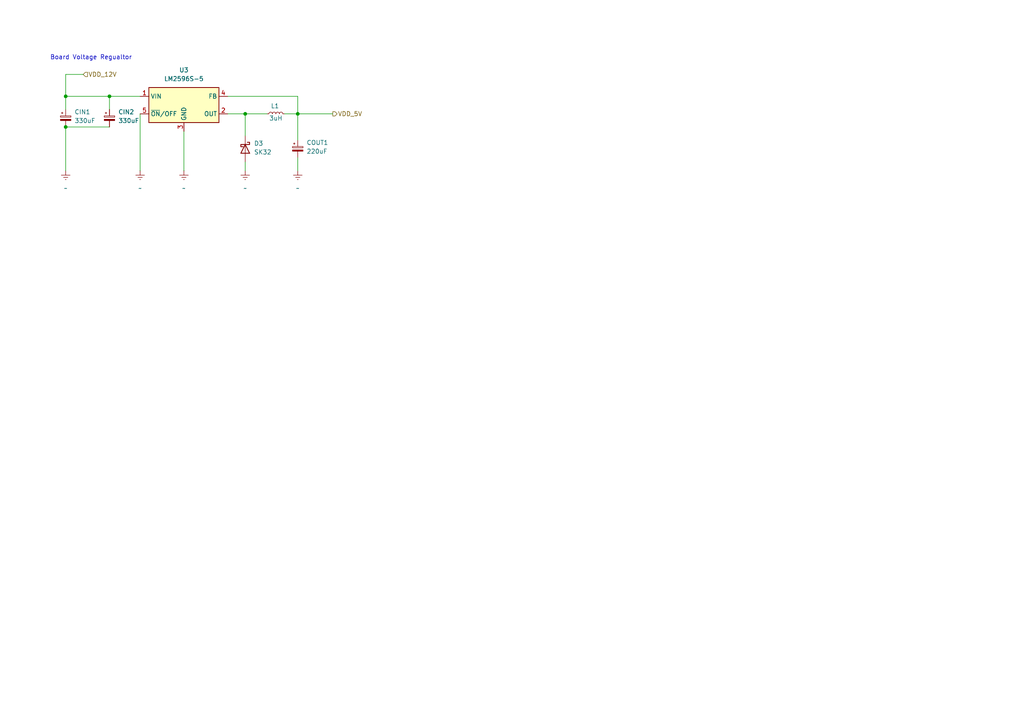
<source format=kicad_sch>
(kicad_sch (version 20231120) (generator "eeschema") (generator_version "8.0")
  (paper "A4")
  (lib_symbols
    (symbol "Device:C_Polarized_Small" (pin_numbers hide) (pin_names (offset 0.254) hide)
      (property "Reference" "C" (at 0.254 1.778 0))
      (property "Value" "C_Polarized_Small" (at 0.254 -2.032 0))
      (symbol "C_Polarized_Small_0_1"
        (rectangle (start -1.524 -0.3048) (end 1.524 -0.6858) (fill (type outline)))
        (rectangle (start -1.524 0.6858) (end 1.524 0.3048))
        (polyline (pts (xy -1.27 1.524) (xy -0.762 1.524)))
        (polyline (pts (xy -1.016 1.27) (xy -1.016 1.778)))
      )
      (symbol "C_Polarized_Small_1_1"
        (pin passive line (at 0 2.54 270) (length 1.8542) (name "~") (number "1"))
        (pin passive line (at 0 -2.54 90) (length 1.8542) (name "~") (number "2"))
      )
    )
    (symbol "Device:D_Schottky" (pin_numbers hide) (pin_names (offset 1.016) hide)
      (property "Reference" "D" (at 0 2.54 0))
      (property "Value" "D_Schottky" (at 0 -2.54 0))
      (symbol "D_Schottky_0_1"
        (polyline (pts (xy 1.27 0) (xy -1.27 0)))
        (polyline (pts (xy 1.27 1.27) (xy 1.27 -1.27) (xy -1.27 0) (xy 1.27 1.27)) (stroke (width 0.254)))
        (polyline (pts (xy -1.905 0.635) (xy -1.905 1.27) (xy -1.27 1.27) (xy -1.27 -1.27) (xy -0.635 -1.27) (xy -0.635 -0.635)) (stroke (width 0.254)))
      )
      (symbol "D_Schottky_1_1"
        (pin passive line (at -3.81 0 0) (length 2.54) (name "K") (number "1"))
        (pin passive line (at 3.81 0 180) (length 2.54) (name "A") (number "2"))
      )
    )
    (symbol "Device:L_Small" (pin_numbers hide) (pin_names (offset 0.254) hide)
      (property "Reference" "L" (at 0.762 1.016 0))
      (property "Value" "L_Small" (at 0.762 -1.016 0))
      (symbol "L_Small_0_1"
        (arc (start 0 -2.032) (mid 0.5058 -1.524) (end 0 -1.016))
        (arc (start 0 -1.016) (mid 0.5058 -0.508) (end 0 0))
        (arc (start 0 0) (mid 0.5058 0.508) (end 0 1.016))
        (arc (start 0 1.016) (mid 0.5058 1.524) (end 0 2.032))
      )
      (symbol "L_Small_1_1"
        (pin passive line (at 0 2.54 270) (length 0.508) (name "~") (number "1"))
        (pin passive line (at 0 -2.54 90) (length 0.508) (name "~") (number "2"))
      )
    )
    (symbol "Regulator_Switching:LM2596S-5"
      (property "Reference" "U" (at -10.16 6.35 0))
      (property "Value" "LM2596S-5" (at 0 6.35 0))
      (symbol "LM2596S-5_0_1"
        (rectangle (start -10.16 5.08) (end 10.16 -5.08) (stroke (width 0.254)) (fill (type background)))
      )
      (symbol "LM2596S-5_1_1"
        (pin power_in line (at -12.7 2.54 0) (length 2.54) (name "VIN") (number "1"))
        (pin output line (at 12.7 -2.54 180) (length 2.54) (name "OUT") (number "2"))
        (pin power_in line (at 0 -7.62 90) (length 2.54) (name "GND") (number "3"))
        (pin input line (at 12.7 2.54 180) (length 2.54) (name "FB") (number "4"))
        (pin input line (at -12.7 -2.54 0) (length 2.54) (name "~{ON}/OFF") (number "5"))
      )
    )
    (symbol "power:GNDREF" (power) (pin_numbers hide) (pin_names (offset 0) hide)
      (property "Value" "GNDREF" (at 0 -3.81 0))
      (symbol "GNDREF_0_1"
        (polyline (pts (xy -0.635 -1.905) (xy 0.635 -1.905)))
        (polyline (pts (xy -0.127 -2.54) (xy 0.127 -2.54)))
        (polyline (pts (xy 0 -1.27) (xy 0 0)))
        (polyline (pts (xy 1.27 -1.27) (xy -1.27 -1.27)))
      )
      (symbol "GNDREF_1_1"
        (pin power_in line (at 0 0 270) (length 0) (name "~") (number "1"))
      )
    )
  )
  (junction (at 86.36 33.02))
  (junction (at 19.05 36.83))
  (junction (at 31.75 27.94))
  (junction (at 71.12 33.02))
  (junction (at 19.05 27.94))
  (wire (pts (xy 71.12 46.99) (xy 71.12 49.53)))
  (wire (pts (xy 71.12 33.02) (xy 71.12 39.37)))
  (wire (pts (xy 86.36 45.72) (xy 86.36 49.53)))
  (wire (pts (xy 31.75 27.94) (xy 19.05 27.94)))
  (wire (pts (xy 40.64 27.94) (xy 31.75 27.94)))
  (wire (pts (xy 19.05 36.83) (xy 31.75 36.83)))
  (wire (pts (xy 24.13 21.59) (xy 19.05 21.59)))
  (wire (pts (xy 86.36 27.94) (xy 86.36 33.02)))
  (wire (pts (xy 53.34 38.1) (xy 53.34 49.53)))
  (wire (pts (xy 71.12 33.02) (xy 77.47 33.02)))
  (wire (pts (xy 82.55 33.02) (xy 86.36 33.02)))
  (wire (pts (xy 19.05 36.83) (xy 19.05 49.53)))
  (wire (pts (xy 19.05 21.59) (xy 19.05 27.94)))
  (wire (pts (xy 19.05 27.94) (xy 19.05 31.75)))
  (wire (pts (xy 66.04 27.94) (xy 86.36 27.94)))
  (wire (pts (xy 31.75 27.94) (xy 31.75 31.75)))
  (wire (pts (xy 66.04 33.02) (xy 71.12 33.02)))
  (wire (pts (xy 86.36 33.02) (xy 96.52 33.02)))
  (wire (pts (xy 40.64 33.02) (xy 40.64 49.53)))
  (wire (pts (xy 86.36 40.64) (xy 86.36 33.02)))
  (text "Board Voltage Regualtor" (at 26.416 16.764 0) (effects (font (size 1.27 1.27))))
  (hierarchical_label "VDD_12V" (shape input) (at 24.13 21.59 0))
  (hierarchical_label "VDD_5V" (shape output) (at 96.52 33.02 0))
  (symbol (lib_id "Device:C_Polarized_Small") (at 31.75 34.29 0) (unit 1)
    (property "Reference" "CIN2" (at 34.29 32.4738 0) (effects (justify left)))
    (property "Value" "330uF" (at 34.29 35.0138 0) (effects (justify left)))
    (property "Footprint" "Capacitor_Tantalum_SMD:CP_EIA-7360-38_Kemet-E" (effects (hide yes)))
    (property "Description" "Polarized capacitor, small symbol" (effects (hide yes)))
    (instances (project "LEDStrip" (path "" (reference "CIN2") (unit 1)) (path "" (reference "CIN4") (unit 1))))
  )
  (symbol (lib_id "Regulator_Switching:LM2596S-5") (at 53.34 30.48 0) (unit 1)
    (property "Reference" "U3" (at 53.34 20.32 0))
    (property "Value" "LM2596S-5" (at 53.34 22.86 0))
    (property "Footprint" "Package_TO_SOT_SMD:TO-263-5_TabPin3" (effects (hide yes)))
    (property "Datasheet" "http://www.ti.com/lit/ds/symlink/lm2596.pdf" (effects (hide yes)))
    (property "Description" "5V 3A Step-Down Voltage Regulator, TO-263" (effects (hide yes)))
    (instances (project "LEDStrip" (path "" (reference "U3") (unit 1)) (path "" (reference "U5") (unit 1))))
  )
  (symbol (lib_id "power:GNDREF") (at 53.34 49.53 0) (unit 1)
    (property "Reference" "#PWR05" (effects (hide yes)))
    (property "Value" "~" (at 53.34 54.61 0))
    (property "Description" "Power symbol creates a global label with name \"GNDREF\" , reference supply ground" (effects (hide yes)))
    (instances (project "LEDStrip" (path "" (reference "#PWR05") (unit 1)) (path "" (reference "#PWR025") (unit 1))))
  )
  (symbol (lib_id "power:GNDREF") (at 86.36 49.53 0) (unit 1)
    (property "Reference" "#PWR07" (effects (hide yes)))
    (property "Value" "~" (at 86.36 54.61 0))
    (property "Description" "Power symbol creates a global label with name \"GNDREF\" , reference supply ground" (effects (hide yes)))
    (instances (project "LEDStrip" (path "" (reference "#PWR07") (unit 1)) (path "" (reference "#PWR027") (unit 1))))
  )
  (symbol (lib_id "power:GNDREF") (at 19.05 49.53 0) (unit 1)
    (property "Reference" "#PWR03" (effects (hide yes)))
    (property "Value" "~" (at 19.05 54.61 0))
    (property "Description" "Power symbol creates a global label with name \"GNDREF\" , reference supply ground" (effects (hide yes)))
    (instances (project "LEDStrip" (path "" (reference "#PWR03") (unit 1)) (path "" (reference "#PWR023") (unit 1))))
  )
  (symbol (lib_id "power:GNDREF") (at 40.64 49.53 0) (unit 1)
    (property "Reference" "#PWR04" (effects (hide yes)))
    (property "Value" "~" (at 40.64 54.61 0))
    (property "Description" "Power symbol creates a global label with name \"GNDREF\" , reference supply ground" (effects (hide yes)))
    (instances (project "LEDStrip" (path "" (reference "#PWR04") (unit 1)) (path "" (reference "#PWR024") (unit 1))))
  )
  (symbol (lib_id "Device:C_Polarized_Small") (at 19.05 34.29 0) (unit 1)
    (property "Reference" "CIN1" (at 21.59 32.4738 0) (effects (justify left)))
    (property "Value" "330uF" (at 21.59 35.0138 0) (effects (justify left)))
    (property "Footprint" "Capacitor_Tantalum_SMD:CP_EIA-7360-38_Kemet-E" (effects (hide yes)))
    (property "Description" "Polarized capacitor, small symbol" (effects (hide yes)))
    (instances (project "LEDStrip" (path "" (reference "CIN1") (unit 1)) (path "" (reference "CIN3") (unit 1))))
  )
  (symbol (lib_id "Device:L_Small") (at 80.01 33.02 90) (unit 1)
    (property "Reference" "L1" (at 79.756 30.734 90))
    (property "Value" "3uH" (at 80.01 34.29 90))
    (property "Footprint" "Inductor_SMD:L_Coilcraft_XAL7070-XXX" (effects (hide yes)))
    (property "Description" "Inductor, small symbol" (effects (hide yes)))
    (instances (project "LEDStrip" (path "" (reference "L1") (unit 1)) (path "" (reference "L2") (unit 1))))
  )
  (symbol (lib_id "power:GNDREF") (at 71.12 49.53 0) (unit 1)
    (property "Reference" "#PWR06" (effects (hide yes)))
    (property "Value" "~" (at 71.12 54.61 0))
    (property "Description" "Power symbol creates a global label with name \"GNDREF\" , reference supply ground" (effects (hide yes)))
    (instances (project "LEDStrip" (path "" (reference "#PWR06") (unit 1)) (path "" (reference "#PWR026") (unit 1))))
  )
  (symbol (lib_id "Device:C_Polarized_Small") (at 86.36 43.18 0) (unit 1)
    (property "Reference" "COUT1" (at 88.9 41.3638 0) (effects (justify left)))
    (property "Value" "220uF" (at 88.9 43.9038 0) (effects (justify left)))
    (property "Footprint" "Capacitor_Tantalum_SMD:CP_EIA-3216-18_Kemet-A" (effects (hide yes)))
    (property "Description" "Polarized capacitor, small symbol" (effects (hide yes)))
    (instances (project "LEDStrip" (path "" (reference "COUT1") (unit 1)) (path "" (reference "COUT2") (unit 1))))
  )
  (symbol (lib_id "Device:D_Schottky") (at 71.12 43.18 270) (unit 1)
    (property "Reference" "D3" (at 73.66 41.5924 90) (effects (justify left)))
    (property "Value" "SK32" (at 73.66 44.1324 90) (effects (justify left)))
    (property "Footprint" "Diode_SMD:D_SMA" (effects (hide yes)))
    (property "Description" "Schottky diode" (effects (hide yes)))
    (instances (project "LEDStrip" (path "" (reference "D3") (unit 1)) (path "" (reference "D7") (unit 1))))
  )
)
</source>
